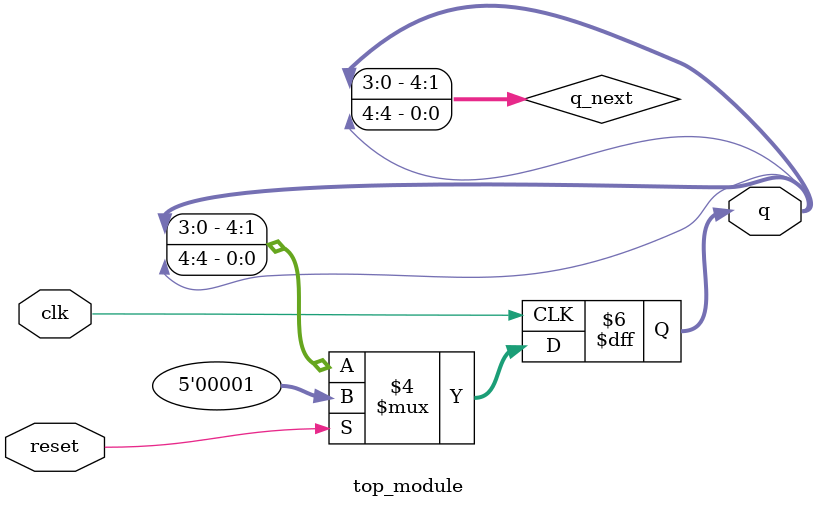
<source format=sv>
module top_module(
    input clk,
    input reset,
    output reg [4:0] q
);

    reg [4:0] q_next;

    // State transitions
    always @(*) begin
        q_next[4:1] = q[3:0];
        q_next[0] = q[4];
    end

    // Output logic
    always @(posedge clk) begin
        if (reset)
            q <= 5'b00001;
        else
            q <= q_next;
    end

endmodule

</source>
